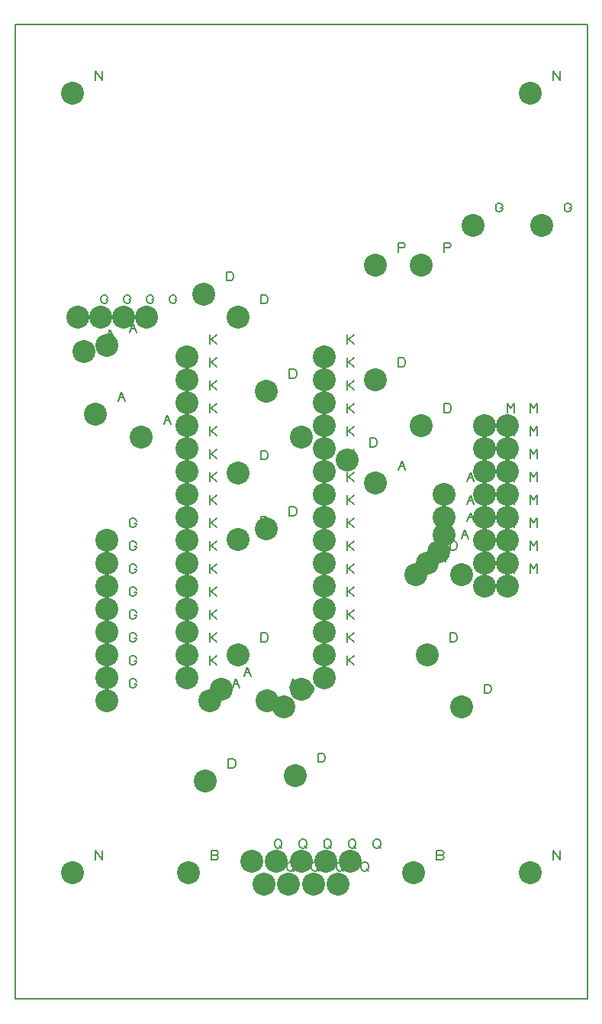
<source format=gbr>
G04 Easy-PC Gerber Version 25.0 Build 5877*
G04 #@! TF.Part,Single*
G04 #@! TF.FileFunction,Drillmap*
G04 #@! TF.FilePolarity,Positive*
%FSLAX35Y35*%
%MOIN*%
%ADD19C,0.00500*%
G04 #@! TA.AperFunction,ViaPad*
%ADD98C,0.10000*%
G04 #@! TD.AperFunction*
X0Y0D02*
D02*
D19*
X250Y425250D02*
X250250D01*
Y250D01*
X250D01*
Y425250D01*
X35250Y61187D02*
Y64937D01*
X38375Y61187D01*
Y64937D01*
X35250Y401187D02*
Y404937D01*
X38375Y401187D01*
Y404937D01*
X39937Y305250D02*
X40875D01*
Y304937D01*
X40563Y304313D01*
X40250Y304000D01*
X39625Y303687D01*
X39000D01*
X38375Y304000D01*
X38063Y304313D01*
X37750Y304937D01*
Y306187D01*
X38063Y306813D01*
X38375Y307125D01*
X39000Y307437D01*
X39625D01*
X40250Y307125D01*
X40563Y306813D01*
X40875Y306187D01*
X40250Y288687D02*
X41813Y292437D01*
X43375Y288687D01*
X40875Y290250D02*
X42750D01*
X45250Y261187D02*
X46813Y264937D01*
X48375Y261187D01*
X45875Y262750D02*
X47750D01*
X49937Y305250D02*
X50875D01*
Y304937D01*
X50563Y304313D01*
X50250Y304000D01*
X49625Y303687D01*
X49000D01*
X48375Y304000D01*
X48063Y304313D01*
X47750Y304937D01*
Y306187D01*
X48063Y306813D01*
X48375Y307125D01*
X49000Y307437D01*
X49625D01*
X50250Y307125D01*
X50563Y306813D01*
X50875Y306187D01*
X52437Y137750D02*
X53375D01*
Y137437D01*
X53063Y136813D01*
X52750Y136500D01*
X52125Y136187D01*
X51500D01*
X50875Y136500D01*
X50563Y136813D01*
X50250Y137437D01*
Y138687D01*
X50563Y139313D01*
X50875Y139625D01*
X51500Y139937D01*
X52125D01*
X52750Y139625D01*
X53063Y139313D01*
X53375Y138687D01*
X52437Y147750D02*
X53375D01*
Y147437D01*
X53063Y146813D01*
X52750Y146500D01*
X52125Y146187D01*
X51500D01*
X50875Y146500D01*
X50563Y146813D01*
X50250Y147437D01*
Y148687D01*
X50563Y149313D01*
X50875Y149625D01*
X51500Y149937D01*
X52125D01*
X52750Y149625D01*
X53063Y149313D01*
X53375Y148687D01*
X52437Y157750D02*
X53375D01*
Y157437D01*
X53063Y156813D01*
X52750Y156500D01*
X52125Y156187D01*
X51500D01*
X50875Y156500D01*
X50563Y156813D01*
X50250Y157437D01*
Y158687D01*
X50563Y159313D01*
X50875Y159625D01*
X51500Y159937D01*
X52125D01*
X52750Y159625D01*
X53063Y159313D01*
X53375Y158687D01*
X52437Y167750D02*
X53375D01*
Y167437D01*
X53063Y166813D01*
X52750Y166500D01*
X52125Y166187D01*
X51500D01*
X50875Y166500D01*
X50563Y166813D01*
X50250Y167437D01*
Y168687D01*
X50563Y169313D01*
X50875Y169625D01*
X51500Y169937D01*
X52125D01*
X52750Y169625D01*
X53063Y169313D01*
X53375Y168687D01*
X52437Y177750D02*
X53375D01*
Y177437D01*
X53063Y176813D01*
X52750Y176500D01*
X52125Y176187D01*
X51500D01*
X50875Y176500D01*
X50563Y176813D01*
X50250Y177437D01*
Y178687D01*
X50563Y179313D01*
X50875Y179625D01*
X51500Y179937D01*
X52125D01*
X52750Y179625D01*
X53063Y179313D01*
X53375Y178687D01*
X52437Y187750D02*
X53375D01*
Y187437D01*
X53063Y186813D01*
X52750Y186500D01*
X52125Y186187D01*
X51500D01*
X50875Y186500D01*
X50563Y186813D01*
X50250Y187437D01*
Y188687D01*
X50563Y189313D01*
X50875Y189625D01*
X51500Y189937D01*
X52125D01*
X52750Y189625D01*
X53063Y189313D01*
X53375Y188687D01*
X52437Y197750D02*
X53375D01*
Y197437D01*
X53063Y196813D01*
X52750Y196500D01*
X52125Y196187D01*
X51500D01*
X50875Y196500D01*
X50563Y196813D01*
X50250Y197437D01*
Y198687D01*
X50563Y199313D01*
X50875Y199625D01*
X51500Y199937D01*
X52125D01*
X52750Y199625D01*
X53063Y199313D01*
X53375Y198687D01*
X52437Y207750D02*
X53375D01*
Y207437D01*
X53063Y206813D01*
X52750Y206500D01*
X52125Y206187D01*
X51500D01*
X50875Y206500D01*
X50563Y206813D01*
X50250Y207437D01*
Y208687D01*
X50563Y209313D01*
X50875Y209625D01*
X51500Y209937D01*
X52125D01*
X52750Y209625D01*
X53063Y209313D01*
X53375Y208687D01*
X50250Y291187D02*
X51813Y294937D01*
X53375Y291187D01*
X50875Y292750D02*
X52750D01*
X59937Y305250D02*
X60875D01*
Y304937D01*
X60563Y304313D01*
X60250Y304000D01*
X59625Y303687D01*
X59000D01*
X58375Y304000D01*
X58063Y304313D01*
X57750Y304937D01*
Y306187D01*
X58063Y306813D01*
X58375Y307125D01*
X59000Y307437D01*
X59625D01*
X60250Y307125D01*
X60563Y306813D01*
X60875Y306187D01*
X65250Y251187D02*
X66813Y254937D01*
X68375Y251187D01*
X65875Y252750D02*
X67750D01*
X69937Y305250D02*
X70875D01*
Y304937D01*
X70563Y304313D01*
X70250Y304000D01*
X69625Y303687D01*
X69000D01*
X68375Y304000D01*
X68063Y304313D01*
X67750Y304937D01*
Y306187D01*
X68063Y306813D01*
X68375Y307125D01*
X69000Y307437D01*
X69625D01*
X70250Y307125D01*
X70563Y306813D01*
X70875Y306187D01*
X85250Y146187D02*
Y149937D01*
Y148063D02*
X86187D01*
X88375Y149937D01*
X86187Y148063D02*
X88375Y146187D01*
X85250Y156187D02*
Y159937D01*
Y158063D02*
X86187D01*
X88375Y159937D01*
X86187Y158063D02*
X88375Y156187D01*
X85250Y166187D02*
Y169937D01*
Y168063D02*
X86187D01*
X88375Y169937D01*
X86187Y168063D02*
X88375Y166187D01*
X85250Y176187D02*
Y179937D01*
Y178063D02*
X86187D01*
X88375Y179937D01*
X86187Y178063D02*
X88375Y176187D01*
X85250Y186187D02*
Y189937D01*
Y188063D02*
X86187D01*
X88375Y189937D01*
X86187Y188063D02*
X88375Y186187D01*
X85250Y196187D02*
Y199937D01*
Y198063D02*
X86187D01*
X88375Y199937D01*
X86187Y198063D02*
X88375Y196187D01*
X85250Y206187D02*
Y209937D01*
Y208063D02*
X86187D01*
X88375Y209937D01*
X86187Y208063D02*
X88375Y206187D01*
X85250Y216187D02*
Y219937D01*
Y218063D02*
X86187D01*
X88375Y219937D01*
X86187Y218063D02*
X88375Y216187D01*
X85250Y226187D02*
Y229937D01*
Y228063D02*
X86187D01*
X88375Y229937D01*
X86187Y228063D02*
X88375Y226187D01*
X85250Y236187D02*
Y239937D01*
Y238063D02*
X86187D01*
X88375Y239937D01*
X86187Y238063D02*
X88375Y236187D01*
X85250Y246187D02*
Y249937D01*
Y248063D02*
X86187D01*
X88375Y249937D01*
X86187Y248063D02*
X88375Y246187D01*
X85250Y256187D02*
Y259937D01*
Y258063D02*
X86187D01*
X88375Y259937D01*
X86187Y258063D02*
X88375Y256187D01*
X85250Y266187D02*
Y269937D01*
Y268063D02*
X86187D01*
X88375Y269937D01*
X86187Y268063D02*
X88375Y266187D01*
X85250Y276187D02*
Y279937D01*
Y278063D02*
X86187D01*
X88375Y279937D01*
X86187Y278063D02*
X88375Y276187D01*
X85250Y286187D02*
Y289937D01*
Y288063D02*
X86187D01*
X88375Y289937D01*
X86187Y288063D02*
X88375Y286187D01*
X88237Y63063D02*
X88863Y62750D01*
X89175Y62125D01*
X88863Y61500D01*
X88237Y61187D01*
X86050D01*
Y64937D01*
X88237D01*
X88863Y64625D01*
X89175Y64000D01*
X88863Y63375D01*
X88237Y63063D01*
X86050D01*
X92750Y313687D02*
Y317437D01*
X94625D01*
X95250Y317125D01*
X95563Y316813D01*
X95875Y316187D01*
Y314937D01*
X95563Y314313D01*
X95250Y314000D01*
X94625Y313687D01*
X92750D01*
X93550Y101187D02*
Y104937D01*
X95425D01*
X96050Y104625D01*
X96363Y104313D01*
X96675Y103687D01*
Y102437D01*
X96363Y101813D01*
X96050Y101500D01*
X95425Y101187D01*
X93550D01*
X95250Y136187D02*
X96813Y139937D01*
X98375Y136187D01*
X95875Y137750D02*
X97750D01*
X100250Y141187D02*
X101813Y144937D01*
X103375Y141187D01*
X100875Y142750D02*
X102750D01*
X107750Y156187D02*
Y159937D01*
X109625D01*
X110250Y159625D01*
X110563Y159313D01*
X110875Y158687D01*
Y157437D01*
X110563Y156813D01*
X110250Y156500D01*
X109625Y156187D01*
X107750D01*
Y206787D02*
Y210537D01*
X109625D01*
X110250Y210225D01*
X110563Y209913D01*
X110875Y209287D01*
Y208037D01*
X110563Y207413D01*
X110250Y207100D01*
X109625Y206787D01*
X107750D01*
Y235587D02*
Y239337D01*
X109625D01*
X110250Y239025D01*
X110563Y238713D01*
X110875Y238087D01*
Y236837D01*
X110563Y236213D01*
X110250Y235900D01*
X109625Y235587D01*
X107750D01*
Y303687D02*
Y307437D01*
X109625D01*
X110250Y307125D01*
X110563Y306813D01*
X110875Y306187D01*
Y304937D01*
X110563Y304313D01*
X110250Y304000D01*
X109625Y303687D01*
X107750D01*
X113650Y67437D02*
Y68687D01*
X113963Y69313D01*
X114275Y69625D01*
X114900Y69937D01*
X115525D01*
X116150Y69625D01*
X116463Y69313D01*
X116775Y68687D01*
Y67437D01*
X116463Y66813D01*
X116150Y66500D01*
X115525Y66187D01*
X114900D01*
X114275Y66500D01*
X113963Y66813D01*
X113650Y67437D01*
X115837Y67125D02*
X116775Y66187D01*
X119050Y57437D02*
Y58687D01*
X119363Y59313D01*
X119675Y59625D01*
X120300Y59937D01*
X120925D01*
X121550Y59625D01*
X121863Y59313D01*
X122175Y58687D01*
Y57437D01*
X121863Y56813D01*
X121550Y56500D01*
X120925Y56187D01*
X120300D01*
X119675Y56500D01*
X119363Y56813D01*
X119050Y57437D01*
X121237Y57125D02*
X122175Y56187D01*
X120171Y211187D02*
Y214937D01*
X122046D01*
X122671Y214625D01*
X122984Y214313D01*
X123296Y213687D01*
Y212437D01*
X122984Y211813D01*
X122671Y211500D01*
X122046Y211187D01*
X120171D01*
X120211Y271148D02*
Y274898D01*
X122086D01*
X122711Y274586D01*
X123023Y274273D01*
X123336Y273648D01*
Y272398D01*
X123023Y271773D01*
X122711Y271461D01*
X122086Y271148D01*
X120211D01*
X120250Y136187D02*
X121813Y139937D01*
X123375Y136187D01*
X120875Y137750D02*
X122750D01*
X124450Y67437D02*
Y68687D01*
X124763Y69313D01*
X125075Y69625D01*
X125700Y69937D01*
X126325D01*
X126950Y69625D01*
X127263Y69313D01*
X127575Y68687D01*
Y67437D01*
X127263Y66813D01*
X126950Y66500D01*
X126325Y66187D01*
X125700D01*
X125075Y66500D01*
X124763Y66813D01*
X124450Y67437D01*
X126637Y67125D02*
X127575Y66187D01*
X127750Y133687D02*
Y137437D01*
X129625D01*
X130250Y137125D01*
X130563Y136813D01*
X130875Y136187D01*
Y134937D01*
X130563Y134313D01*
X130250Y134000D01*
X129625Y133687D01*
X127750D01*
X129850Y57437D02*
Y58687D01*
X130163Y59313D01*
X130475Y59625D01*
X131100Y59937D01*
X131725D01*
X132350Y59625D01*
X132663Y59313D01*
X132975Y58687D01*
Y57437D01*
X132663Y56813D01*
X132350Y56500D01*
X131725Y56187D01*
X131100D01*
X130475Y56500D01*
X130163Y56813D01*
X129850Y57437D01*
X132037Y57125D02*
X132975Y56187D01*
X132750Y103687D02*
Y107437D01*
X134625D01*
X135250Y107125D01*
X135563Y106813D01*
X135875Y106187D01*
Y104937D01*
X135563Y104313D01*
X135250Y104000D01*
X134625Y103687D01*
X132750D01*
X135250Y67437D02*
Y68687D01*
X135563Y69313D01*
X135875Y69625D01*
X136500Y69937D01*
X137125D01*
X137750Y69625D01*
X138063Y69313D01*
X138375Y68687D01*
Y67437D01*
X138063Y66813D01*
X137750Y66500D01*
X137125Y66187D01*
X136500D01*
X135875Y66500D01*
X135563Y66813D01*
X135250Y67437D01*
X137437Y67125D02*
X138375Y66187D01*
X135250Y141187D02*
X136813Y144937D01*
X138375Y141187D01*
X135875Y142750D02*
X137750D01*
X135250Y251187D02*
X136813Y254937D01*
X138375Y251187D01*
X135875Y252750D02*
X137750D01*
X140650Y57437D02*
Y58687D01*
X140963Y59313D01*
X141275Y59625D01*
X141900Y59937D01*
X142525D01*
X143150Y59625D01*
X143463Y59313D01*
X143775Y58687D01*
Y57437D01*
X143463Y56813D01*
X143150Y56500D01*
X142525Y56187D01*
X141900D01*
X141275Y56500D01*
X140963Y56813D01*
X140650Y57437D01*
X142837Y57125D02*
X143775Y56187D01*
X145250Y146187D02*
Y149937D01*
Y148063D02*
X146187D01*
X148375Y149937D01*
X146187Y148063D02*
X148375Y146187D01*
X145250Y156187D02*
Y159937D01*
Y158063D02*
X146187D01*
X148375Y159937D01*
X146187Y158063D02*
X148375Y156187D01*
X145250Y166187D02*
Y169937D01*
Y168063D02*
X146187D01*
X148375Y169937D01*
X146187Y168063D02*
X148375Y166187D01*
X145250Y176187D02*
Y179937D01*
Y178063D02*
X146187D01*
X148375Y179937D01*
X146187Y178063D02*
X148375Y176187D01*
X145250Y186187D02*
Y189937D01*
Y188063D02*
X146187D01*
X148375Y189937D01*
X146187Y188063D02*
X148375Y186187D01*
X145250Y196187D02*
Y199937D01*
Y198063D02*
X146187D01*
X148375Y199937D01*
X146187Y198063D02*
X148375Y196187D01*
X145250Y206187D02*
Y209937D01*
Y208063D02*
X146187D01*
X148375Y209937D01*
X146187Y208063D02*
X148375Y206187D01*
X145250Y216187D02*
Y219937D01*
Y218063D02*
X146187D01*
X148375Y219937D01*
X146187Y218063D02*
X148375Y216187D01*
X145250Y226187D02*
Y229937D01*
Y228063D02*
X146187D01*
X148375Y229937D01*
X146187Y228063D02*
X148375Y226187D01*
X145250Y236187D02*
Y239937D01*
Y238063D02*
X146187D01*
X148375Y239937D01*
X146187Y238063D02*
X148375Y236187D01*
X145250Y246187D02*
Y249937D01*
Y248063D02*
X146187D01*
X148375Y249937D01*
X146187Y248063D02*
X148375Y246187D01*
X145250Y256187D02*
Y259937D01*
Y258063D02*
X146187D01*
X148375Y259937D01*
X146187Y258063D02*
X148375Y256187D01*
X145250Y266187D02*
Y269937D01*
Y268063D02*
X146187D01*
X148375Y269937D01*
X146187Y268063D02*
X148375Y266187D01*
X145250Y276187D02*
Y279937D01*
Y278063D02*
X146187D01*
X148375Y279937D01*
X146187Y278063D02*
X148375Y276187D01*
X145250Y286187D02*
Y289937D01*
Y288063D02*
X146187D01*
X148375Y289937D01*
X146187Y288063D02*
X148375Y286187D01*
X146050Y67437D02*
Y68687D01*
X146363Y69313D01*
X146675Y69625D01*
X147300Y69937D01*
X147925D01*
X148550Y69625D01*
X148863Y69313D01*
X149175Y68687D01*
Y67437D01*
X148863Y66813D01*
X148550Y66500D01*
X147925Y66187D01*
X147300D01*
X146675Y66500D01*
X146363Y66813D01*
X146050Y67437D01*
X148237Y67125D02*
X149175Y66187D01*
X151450Y57437D02*
Y58687D01*
X151763Y59313D01*
X152075Y59625D01*
X152700Y59937D01*
X153325D01*
X153950Y59625D01*
X154263Y59313D01*
X154575Y58687D01*
Y57437D01*
X154263Y56813D01*
X153950Y56500D01*
X153325Y56187D01*
X152700D01*
X152075Y56500D01*
X151763Y56813D01*
X151450Y57437D01*
X153637Y57125D02*
X154575Y56187D01*
X155250Y241187D02*
Y244937D01*
X157125D01*
X157750Y244625D01*
X158063Y244313D01*
X158375Y243687D01*
Y242437D01*
X158063Y241813D01*
X157750Y241500D01*
X157125Y241187D01*
X155250D01*
X156850Y67437D02*
Y68687D01*
X157163Y69313D01*
X157475Y69625D01*
X158100Y69937D01*
X158725D01*
X159350Y69625D01*
X159663Y69313D01*
X159975Y68687D01*
Y67437D01*
X159663Y66813D01*
X159350Y66500D01*
X158725Y66187D01*
X158100D01*
X157475Y66500D01*
X157163Y66813D01*
X156850Y67437D01*
X159037Y67125D02*
X159975Y66187D01*
X167750Y231187D02*
X169313Y234937D01*
X170875Y231187D01*
X168375Y232750D02*
X170250D01*
X167750Y276187D02*
Y279937D01*
X169625D01*
X170250Y279625D01*
X170563Y279313D01*
X170875Y278687D01*
Y277437D01*
X170563Y276813D01*
X170250Y276500D01*
X169625Y276187D01*
X167750D01*
Y326187D02*
Y329937D01*
X169937D01*
X170563Y329625D01*
X170875Y329000D01*
X170563Y328375D01*
X169937Y328063D01*
X167750D01*
X186637Y63063D02*
X187263Y62750D01*
X187575Y62125D01*
X187263Y61500D01*
X186637Y61187D01*
X184450D01*
Y64937D01*
X186637D01*
X187263Y64625D01*
X187575Y64000D01*
X187263Y63375D01*
X186637Y63063D01*
X184450D01*
X185250Y191187D02*
X186813Y194937D01*
X188375Y191187D01*
X185875Y192750D02*
X187750D01*
Y256187D02*
Y259937D01*
X189625D01*
X190250Y259625D01*
X190563Y259313D01*
X190875Y258687D01*
Y257437D01*
X190563Y256813D01*
X190250Y256500D01*
X189625Y256187D01*
X187750D01*
Y326187D02*
Y329937D01*
X189937D01*
X190563Y329625D01*
X190875Y329000D01*
X190563Y328375D01*
X189937Y328063D01*
X187750D01*
X190250Y156187D02*
Y159937D01*
X192125D01*
X192750Y159625D01*
X193063Y159313D01*
X193375Y158687D01*
Y157437D01*
X193063Y156813D01*
X192750Y156500D01*
X192125Y156187D01*
X190250D01*
Y196187D02*
Y199937D01*
X192125D01*
X192750Y199625D01*
X193063Y199313D01*
X193375Y198687D01*
Y197437D01*
X193063Y196813D01*
X192750Y196500D01*
X192125Y196187D01*
X190250D01*
X195250Y201187D02*
X196813Y204937D01*
X198375Y201187D01*
X195875Y202750D02*
X197750D01*
Y208687D02*
X199313Y212437D01*
X200875Y208687D01*
X198375Y210250D02*
X200250D01*
X197750Y216187D02*
X199313Y219937D01*
X200875Y216187D01*
X198375Y217750D02*
X200250D01*
X197750Y226187D02*
X199313Y229937D01*
X200875Y226187D01*
X198375Y227750D02*
X200250D01*
X205250Y133687D02*
Y137437D01*
X207125D01*
X207750Y137125D01*
X208063Y136813D01*
X208375Y136187D01*
Y134937D01*
X208063Y134313D01*
X207750Y134000D01*
X207125Y133687D01*
X205250D01*
Y191187D02*
Y194937D01*
X207125D01*
X207750Y194625D01*
X208063Y194313D01*
X208375Y193687D01*
Y192437D01*
X208063Y191813D01*
X207750Y191500D01*
X207125Y191187D01*
X205250D01*
X212437Y345250D02*
X213375D01*
Y344937D01*
X213063Y344313D01*
X212750Y344000D01*
X212125Y343687D01*
X211500D01*
X210875Y344000D01*
X210563Y344313D01*
X210250Y344937D01*
Y346187D01*
X210563Y346813D01*
X210875Y347125D01*
X211500Y347437D01*
X212125D01*
X212750Y347125D01*
X213063Y346813D01*
X213375Y346187D01*
X215250Y186187D02*
Y189937D01*
X216813Y188063D01*
X218375Y189937D01*
Y186187D01*
X215250Y196187D02*
Y199937D01*
X216813Y198063D01*
X218375Y199937D01*
Y196187D01*
X215250Y206187D02*
Y209937D01*
X216813Y208063D01*
X218375Y209937D01*
Y206187D01*
X215250Y216187D02*
Y219937D01*
X216813Y218063D01*
X218375Y219937D01*
Y216187D01*
X215250Y226187D02*
Y229937D01*
X216813Y228063D01*
X218375Y229937D01*
Y226187D01*
X215250Y236187D02*
Y239937D01*
X216813Y238063D01*
X218375Y239937D01*
Y236187D01*
X215250Y246187D02*
Y249937D01*
X216813Y248063D01*
X218375Y249937D01*
Y246187D01*
X215250Y256187D02*
Y259937D01*
X216813Y258063D01*
X218375Y259937D01*
Y256187D01*
X225250Y186187D02*
Y189937D01*
X226813Y188063D01*
X228375Y189937D01*
Y186187D01*
X225250Y196187D02*
Y199937D01*
X226813Y198063D01*
X228375Y199937D01*
Y196187D01*
X225250Y206187D02*
Y209937D01*
X226813Y208063D01*
X228375Y209937D01*
Y206187D01*
X225250Y216187D02*
Y219937D01*
X226813Y218063D01*
X228375Y219937D01*
Y216187D01*
X225250Y226187D02*
Y229937D01*
X226813Y228063D01*
X228375Y229937D01*
Y226187D01*
X225250Y236187D02*
Y239937D01*
X226813Y238063D01*
X228375Y239937D01*
Y236187D01*
X225250Y246187D02*
Y249937D01*
X226813Y248063D01*
X228375Y249937D01*
Y246187D01*
X225250Y256187D02*
Y259937D01*
X226813Y258063D01*
X228375Y259937D01*
Y256187D01*
X235250Y61187D02*
Y64937D01*
X238375Y61187D01*
Y64937D01*
X235250Y401187D02*
Y404937D01*
X238375Y401187D01*
Y404937D01*
X242437Y345250D02*
X243375D01*
Y344937D01*
X243063Y344313D01*
X242750Y344000D01*
X242125Y343687D01*
X241500D01*
X240875Y344000D01*
X240563Y344313D01*
X240250Y344937D01*
Y346187D01*
X240563Y346813D01*
X240875Y347125D01*
X241500Y347437D01*
X242125D01*
X242750Y347125D01*
X243063Y346813D01*
X243375Y346187D01*
D02*
D98*
X25250Y55250D03*
Y395250D03*
X27750Y297750D03*
X30250Y282750D03*
X35250Y255250D03*
X37750Y297750D03*
X40250Y130250D03*
Y140250D03*
Y150250D03*
Y160250D03*
Y170250D03*
Y180250D03*
Y190250D03*
Y200250D03*
Y285250D03*
X47750Y297750D03*
X55250Y245250D03*
X57750Y297750D03*
X75250Y140250D03*
Y150250D03*
Y160250D03*
Y170250D03*
Y180250D03*
Y190250D03*
Y200250D03*
Y210250D03*
Y220250D03*
Y230250D03*
Y240250D03*
Y250250D03*
Y260250D03*
Y270250D03*
Y280250D03*
X76050Y55250D03*
X82750Y307750D03*
X83550Y95250D03*
X85250Y130250D03*
X90250Y135250D03*
X97750Y150250D03*
Y200850D03*
Y229650D03*
Y297750D03*
X103650Y60250D03*
X109050Y50250D03*
X110171Y205250D03*
X110211Y265211D03*
X110250Y130250D03*
X114450Y60250D03*
X117750Y127750D03*
X119850Y50250D03*
X122750Y97750D03*
X125250Y60250D03*
Y135250D03*
Y245250D03*
X130650Y50250D03*
X135250Y140250D03*
Y150250D03*
Y160250D03*
Y170250D03*
Y180250D03*
Y190250D03*
Y200250D03*
Y210250D03*
Y220250D03*
Y230250D03*
Y240250D03*
Y250250D03*
Y260250D03*
Y270250D03*
Y280250D03*
X136050Y60250D03*
X141450Y50250D03*
X145250Y235250D03*
X146850Y60250D03*
X157750Y225250D03*
Y270250D03*
Y320250D03*
X174450Y55250D03*
X175250Y185250D03*
X177750Y250250D03*
Y320250D03*
X180250Y150250D03*
Y190250D03*
X185250Y195250D03*
X187750Y202750D03*
Y210250D03*
Y220250D03*
X195250Y127750D03*
Y185250D03*
X200250Y337750D03*
X205250Y180250D03*
Y190250D03*
Y200250D03*
Y210250D03*
Y220250D03*
Y230250D03*
Y240250D03*
Y250250D03*
X215250Y180250D03*
Y190250D03*
Y200250D03*
Y210250D03*
Y220250D03*
Y230250D03*
Y240250D03*
Y250250D03*
X225250Y55250D03*
Y395250D03*
X230250Y337750D03*
X0Y0D02*
M02*

</source>
